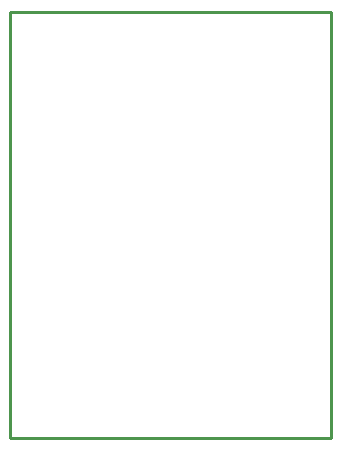
<source format=gm1>
G04 Layer_Color=16711935*
%FSAX23Y23*%
%MOIN*%
G70*
G01*
G75*
%ADD20C,0.010*%
D20*
X04390Y01690D02*
Y03110D01*
Y01690D02*
X05460D01*
Y03110D01*
X04390D02*
X05460D01*
M02*

</source>
